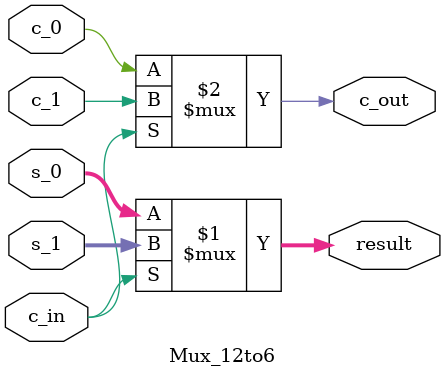
<source format=v>

module Mux_12to6(s_0, s_1, c_0, c_1, c_in, result, c_out);
	input [4:0] s_0, s_1;
	input c_0, c_1;
	input c_in;
	
	output [4:0] result;
	output c_out;
	
	assign result = c_in ? s_1 : s_0;
	assign c_out = c_in ? c_1 : c_0;

endmodule

</source>
